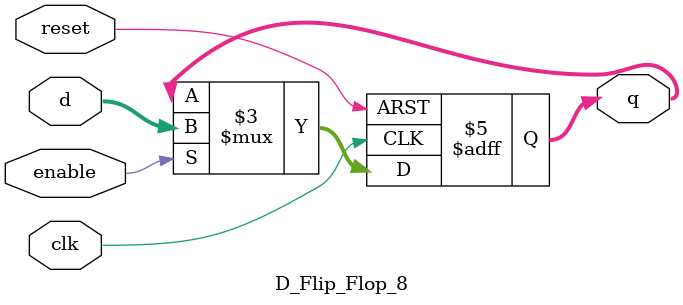
<source format=v>
module D_Flip_Flop_1(input clk, reset, enable, d,
									   output reg q);
	always@(posedge clk, posedge reset)
	if (reset) q <= 0;
	else if (enable) q <= d;
	else q <= q;
endmodule

module D_Flip_Flop_2(input clk, reset, enable,
										 input [1:0] d,
									   output reg [1:0] q);
	always@(posedge clk, posedge reset)
	if (reset) q <= 0;
	else if (enable) q <= d;
	else q <= q;
endmodule

module D_Flip_Flop_4(input clk, reset, enable,
									   input [3:0] d,
									   output reg [3:0] q);
	always@(posedge clk, posedge reset)
	if (reset) q <= 3'b0;
	else if (enable) q <= d;
	else q <= q;
endmodule

module D_Flip_Flop_8(input clk, reset, enable,
									   input [7:0] d,
									   output reg [7:0] q);
	always@(posedge clk, posedge reset)
	if (reset) q <= 8'b0;
	else if (enable) q <= d;
	else q <= q;
endmodule

</source>
